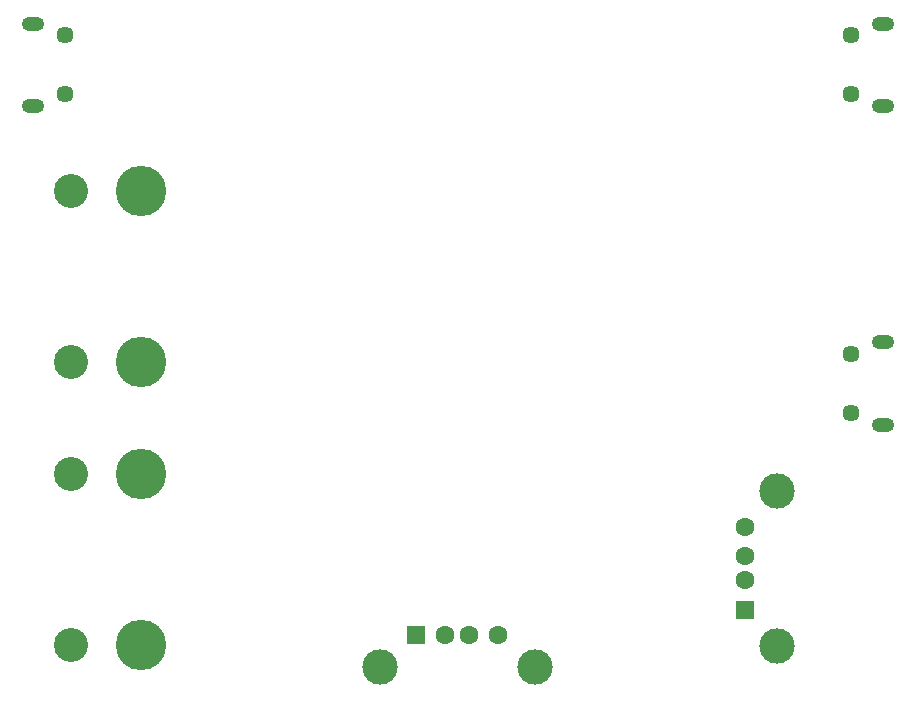
<source format=gbs>
G04 #@! TF.GenerationSoftware,KiCad,Pcbnew,(6.0.8)*
G04 #@! TF.CreationDate,2022-12-11T15:33:22-08:00*
G04 #@! TF.ProjectId,EasyKVM,45617379-4b56-44d2-9e6b-696361645f70,rev?*
G04 #@! TF.SameCoordinates,Original*
G04 #@! TF.FileFunction,Soldermask,Bot*
G04 #@! TF.FilePolarity,Negative*
%FSLAX46Y46*%
G04 Gerber Fmt 4.6, Leading zero omitted, Abs format (unit mm)*
G04 Created by KiCad (PCBNEW (6.0.8)) date 2022-12-11 15:33:22*
%MOMM*%
%LPD*%
G01*
G04 APERTURE LIST*
%ADD10C,4.275000*%
%ADD11C,2.880000*%
%ADD12O,1.900000X1.200000*%
%ADD13C,1.450000*%
%ADD14R,1.600000X1.500000*%
%ADD15C,1.600000*%
%ADD16C,3.000000*%
%ADD17R,1.500000X1.600000*%
G04 APERTURE END LIST*
D10*
X104655000Y-117230000D03*
X104655000Y-131730000D03*
D11*
X98695000Y-117230000D03*
X98695000Y-131730000D03*
D12*
X167467500Y-137000000D03*
X167467500Y-130000000D03*
D13*
X164767500Y-136000000D03*
X164767500Y-131000000D03*
D10*
X104655000Y-141179500D03*
X104655000Y-155679500D03*
D11*
X98695000Y-141179500D03*
X98695000Y-155679500D03*
D12*
X95512500Y-103050000D03*
D13*
X98212500Y-104050000D03*
D12*
X95512500Y-110050000D03*
D13*
X98212500Y-109050000D03*
D14*
X127920000Y-154780000D03*
D15*
X130420000Y-154780000D03*
X132420000Y-154780000D03*
X134920000Y-154780000D03*
D16*
X124850000Y-157490000D03*
X137990000Y-157490000D03*
D17*
X155780000Y-152660000D03*
D15*
X155780000Y-150160000D03*
X155780000Y-148160000D03*
X155780000Y-145660000D03*
D16*
X158490000Y-142590000D03*
X158490000Y-155730000D03*
D12*
X167467500Y-103050000D03*
D13*
X164767500Y-109050000D03*
D12*
X167467500Y-110050000D03*
D13*
X164767500Y-104050000D03*
M02*

</source>
